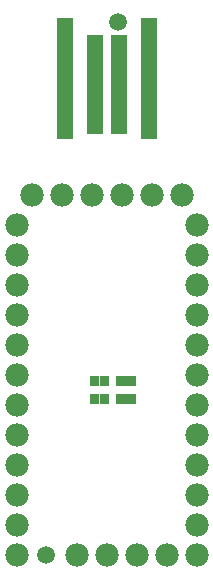
<source format=gbs>
G04 Layer: BottomSolderMaskLayer*
G04 EasyEDA v6.3.22, 2020-03-24T16:05:03+09:00*
G04 334177c2c5fb4733a61f24cf9fce308a,67344a67363949849f01d11c0c7cf016,10*
G04 Gerber Generator version 0.2*
G04 Scale: 100 percent, Rotated: No, Reflected: No *
G04 Dimensions in inches *
G04 leading zeros omitted , absolute positions ,2 integer and 4 decimal *
%FSLAX24Y24*%
%MOIN*%
G90*
G70D02*

%ADD40C,0.059400*%
%ADD41C,0.078000*%

%LPD*%
G36*
G01X4632Y14392D02*
G01X4632Y18407D01*
G01X5182Y18407D01*
G01X5182Y14392D01*
G01X4632Y14392D01*
G37*
G36*
G01X3624Y14561D02*
G01X3624Y17838D01*
G01X4176Y17838D01*
G01X4176Y14561D01*
G01X3624Y14561D01*
G37*
G36*
G01X2824Y14561D02*
G01X2824Y17838D01*
G01X3376Y17838D01*
G01X3376Y14561D01*
G01X2824Y14561D01*
G37*
G36*
G01X1828Y14392D02*
G01X1828Y18407D01*
G01X2380Y18407D01*
G01X2380Y14392D01*
G01X1828Y14392D01*
G37*
G54D40*
G01X1490Y500D03*
G01X3870Y18269D03*
G54D41*
G01X2500Y500D03*
G01X3500Y500D03*
G01X4500Y500D03*
G01X5500Y500D03*
G01X6500Y500D03*
G01X6500Y1500D03*
G01X6500Y2500D03*
G01X6500Y3500D03*
G01X6500Y4500D03*
G01X6500Y5500D03*
G01X6500Y6500D03*
G01X6500Y7500D03*
G01X6500Y8500D03*
G01X6500Y9500D03*
G01X6500Y10500D03*
G01X6500Y11500D03*
G01X6000Y12500D03*
G01X5000Y12500D03*
G01X4000Y12500D03*
G01X3000Y12500D03*
G01X2000Y12500D03*
G01X500Y500D03*
G01X500Y1500D03*
G01X500Y2500D03*
G01X500Y3500D03*
G01X500Y4500D03*
G01X500Y5500D03*
G01X500Y6500D03*
G01X500Y7500D03*
G01X500Y8500D03*
G01X500Y9500D03*
G01X500Y10500D03*
G01X500Y11500D03*
G01X1000Y12500D03*
G36*
G01X3259Y6132D02*
G01X3259Y6467D01*
G01X3575Y6467D01*
G01X3575Y6132D01*
G01X3259Y6132D01*
G37*
G36*
G01X2925Y6132D02*
G01X2925Y6467D01*
G01X3241Y6467D01*
G01X3241Y6132D01*
G01X2925Y6132D01*
G37*
G36*
G01X4143Y5532D02*
G01X4143Y5867D01*
G01X4459Y5867D01*
G01X4459Y5532D01*
G01X4143Y5532D01*
G37*
G36*
G01X3809Y5532D02*
G01X3809Y5867D01*
G01X4125Y5867D01*
G01X4125Y5532D01*
G01X3809Y5532D01*
G37*
G36*
G01X3259Y5532D02*
G01X3259Y5867D01*
G01X3575Y5867D01*
G01X3575Y5532D01*
G01X3259Y5532D01*
G37*
G36*
G01X2925Y5532D02*
G01X2925Y5867D01*
G01X3241Y5867D01*
G01X3241Y5532D01*
G01X2925Y5532D01*
G37*
G36*
G01X4143Y6132D02*
G01X4143Y6467D01*
G01X4459Y6467D01*
G01X4459Y6132D01*
G01X4143Y6132D01*
G37*
G36*
G01X3809Y6132D02*
G01X3809Y6467D01*
G01X4125Y6467D01*
G01X4125Y6132D01*
G01X3809Y6132D01*
G37*
M00*
M02*

</source>
